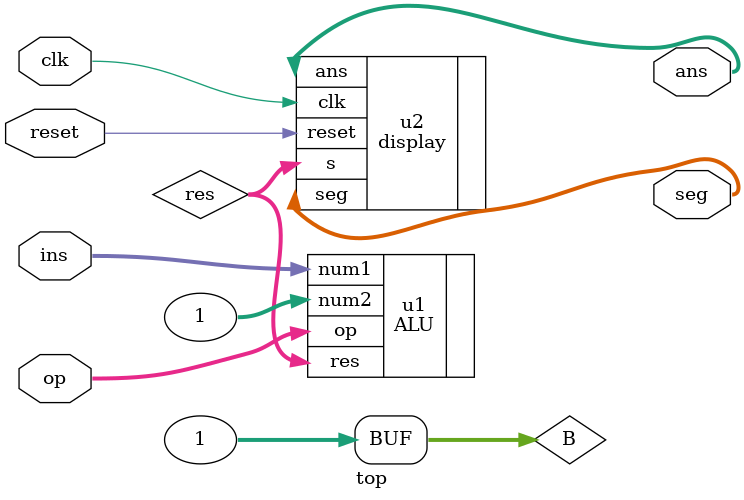
<source format=v>
`timescale 1ns / 1ps


module top(
  input wire [7:0]ins,
  input wire [2:0]op,
  input wire clk,
  input wire reset,
  output wire [6:0]seg,
  output wire [7:0]ans
    );
   wire [31:0] B=32'h00000001;
   wire [31:0] res;
   ALU u1(.num1(ins),.num2(B),.op(op),.res(res));
   display u2(.clk(clk),.reset(reset),.s(res),.seg(seg),.ans(ans));
endmodule

</source>
